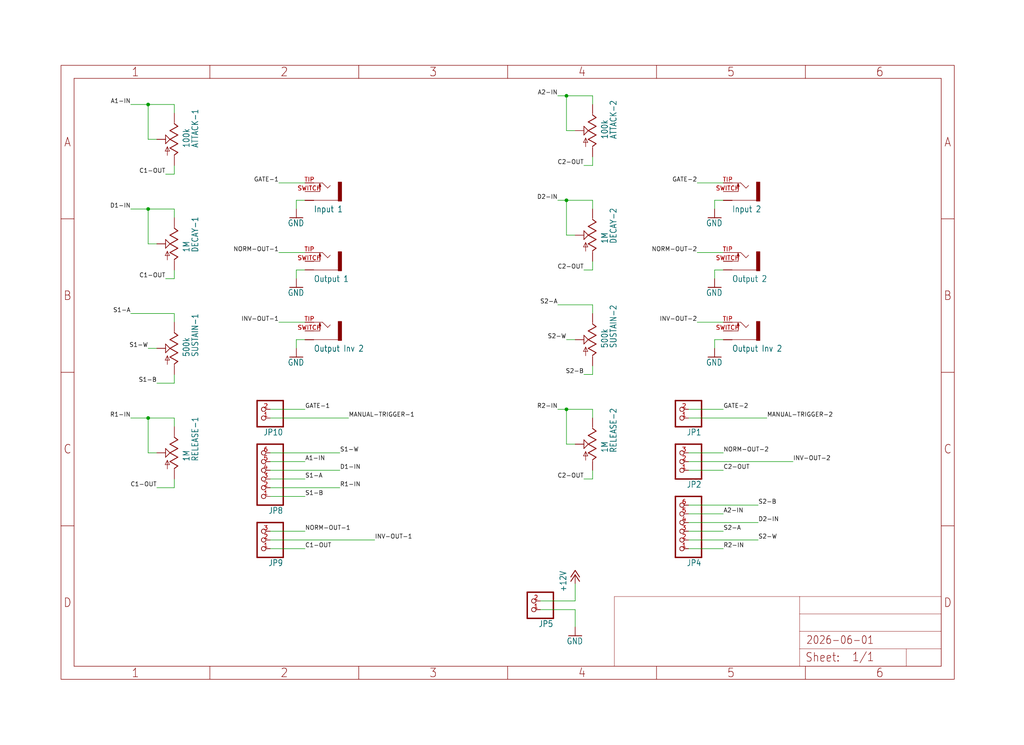
<source format=kicad_sch>
(kicad_sch (version 20231120) (generator "eeschema") (generator_version "8.0")
  (paper "User" 298.45 217.322)
  (lib_symbols
    (symbol "ioboard-eagle-import:TomW_ALPHA-9MMA"
      (property "Reference" "R" (at -5.08 -2.54 90))
      (symbol "TomW_ALPHA-9MMA_1_0"
        (polyline (pts (xy -1.016 -3.81) (xy 1.27 -2.54)) (stroke (width 0.254)))
        (polyline (pts (xy -1.016 -1.27) (xy 1.27 0)) (stroke (width 0.254)))
        (polyline (pts (xy -1.016 1.27) (xy 1.27 2.54)) (stroke (width 0.254)))
        (polyline (pts (xy -1.016 3.81) (xy 0 4.572)) (stroke (width 0.254)))
        (polyline (pts (xy 0 -5.08) (xy 0 -4.572)) (stroke (width 0.1524)))
        (polyline (pts (xy 0 -4.572) (xy -1.016 -3.81)) (stroke (width 0.254)))
        (polyline (pts (xy 0 4.572) (xy 0 5.08)) (stroke (width 0.1524)))
        (polyline (pts (xy 1.27 -2.54) (xy -1.016 -1.27)) (stroke (width 0.254)))
        (polyline (pts (xy 1.27 0) (xy -1.016 1.27)) (stroke (width 0.254)))
        (polyline (pts (xy 1.27 0) (xy 2.54 1.27)) (stroke (width 0.2032)))
        (polyline (pts (xy 1.27 2.54) (xy -1.016 3.81)) (stroke (width 0.254)))
        (polyline (pts (xy 1.397 -3.429) (xy 2.032 -2.159)) (stroke (width 0.1524)))
        (polyline (pts (xy 2.032 -4.699) (xy 2.032 -2.159)) (stroke (width 0.1524)))
        (polyline (pts (xy 2.032 -2.159) (xy 2.667 -3.429)) (stroke (width 0.1524)))
        (polyline (pts (xy 2.54 -1.27) (xy 1.27 0)) (stroke (width 0.2032)))
        (polyline (pts (xy 2.54 1.27) (xy 2.54 -1.27)) (stroke (width 0.2032)))
        (polyline (pts (xy 2.667 -3.429) (xy 1.397 -3.429)) (stroke (width 0.1524)))
        (pin passive line (at 0 -7.62 90) (length 2.54) (name "A") (number "1"))
        (pin passive line (at 5.08 0 180) (length 2.54) (name "S") (number "2"))
        (pin passive line (at 0 7.62 270) (length 2.54) (name "E") (number "3"))
      )
    )
    (symbol "ioboard-eagle-import:frames_A4L-LOC"
      (symbol "frames_A4L-LOC_1_0"
        (polyline (pts (xy 0 44.7675) (xy 3.81 44.7675)))
        (polyline (pts (xy 0 89.535) (xy 3.81 89.535)))
        (polyline (pts (xy 0 134.3025) (xy 3.81 134.3025)))
        (polyline (pts (xy 3.81 3.81) (xy 3.81 175.26)))
        (polyline (pts (xy 43.3917 0) (xy 43.3917 3.81)))
        (polyline (pts (xy 43.3917 175.26) (xy 43.3917 179.07)))
        (polyline (pts (xy 86.7833 0) (xy 86.7833 3.81)))
        (polyline (pts (xy 86.7833 175.26) (xy 86.7833 179.07)))
        (polyline (pts (xy 130.175 0) (xy 130.175 3.81)))
        (polyline (pts (xy 130.175 175.26) (xy 130.175 179.07)))
        (polyline (pts (xy 161.29 3.81) (xy 161.29 24.13)) (stroke (width 0.1016)))
        (polyline (pts (xy 161.29 24.13) (xy 215.265 24.13)) (stroke (width 0.1016)))
        (polyline (pts (xy 173.5667 0) (xy 173.5667 3.81)))
        (polyline (pts (xy 173.5667 175.26) (xy 173.5667 179.07)))
        (polyline (pts (xy 215.265 8.89) (xy 215.265 3.81)) (stroke (width 0.1016)))
        (polyline (pts (xy 215.265 8.89) (xy 215.265 13.97)) (stroke (width 0.1016)))
        (polyline (pts (xy 215.265 13.97) (xy 215.265 19.05)) (stroke (width 0.1016)))
        (polyline (pts (xy 215.265 13.97) (xy 256.54 13.97)) (stroke (width 0.1016)))
        (polyline (pts (xy 215.265 19.05) (xy 215.265 24.13)) (stroke (width 0.1016)))
        (polyline (pts (xy 215.265 19.05) (xy 256.54 19.05)) (stroke (width 0.1016)))
        (polyline (pts (xy 215.265 24.13) (xy 256.54 24.13)) (stroke (width 0.1016)))
        (polyline (pts (xy 216.9583 0) (xy 216.9583 3.81)))
        (polyline (pts (xy 216.9583 175.26) (xy 216.9583 179.07)))
        (polyline (pts (xy 246.38 3.81) (xy 246.38 8.89)) (stroke (width 0.1016)))
        (polyline (pts (xy 246.38 8.89) (xy 215.265 8.89)) (stroke (width 0.1016)))
        (polyline (pts (xy 246.38 8.89) (xy 256.54 8.89)) (stroke (width 0.1016)))
        (polyline (pts (xy 256.54 3.81) (xy 3.81 3.81)))
        (polyline (pts (xy 256.54 3.81) (xy 256.54 8.89)) (stroke (width 0.1016)))
        (polyline (pts (xy 256.54 3.81) (xy 256.54 175.26)))
        (polyline (pts (xy 256.54 8.89) (xy 256.54 13.97)) (stroke (width 0.1016)))
        (polyline (pts (xy 256.54 13.97) (xy 256.54 19.05)) (stroke (width 0.1016)))
        (polyline (pts (xy 256.54 19.05) (xy 256.54 24.13)) (stroke (width 0.1016)))
        (polyline (pts (xy 256.54 44.7675) (xy 260.35 44.7675)))
        (polyline (pts (xy 256.54 89.535) (xy 260.35 89.535)))
        (polyline (pts (xy 256.54 134.3025) (xy 260.35 134.3025)))
        (polyline (pts (xy 256.54 175.26) (xy 3.81 175.26)))
        (polyline (pts (xy 0 0) (xy 260.35 0) (xy 260.35 179.07) (xy 0 179.07) (xy 0 0)))
        (text "${#}/${##}" (at 230.505 5.08 0) (effects (font (size 2.54 2.159)) (justify left bottom)))
        (text "${CURRENT_DATE}" (at 217.17 10.16 0) (effects (font (size 2.286 1.9431)) (justify left bottom)))
        (text "${PROJECTNAME}" (at 217.17 15.24 0) (effects (font (size 2.54 2.159)) (justify left bottom)))
        (text "1" (at 21.6958 1.905 0) (effects (font (size 2.54 2.286))))
        (text "1" (at 21.6958 177.165 0) (effects (font (size 2.54 2.286))))
        (text "2" (at 65.0875 1.905 0) (effects (font (size 2.54 2.286))))
        (text "2" (at 65.0875 177.165 0) (effects (font (size 2.54 2.286))))
        (text "3" (at 108.4792 1.905 0) (effects (font (size 2.54 2.286))))
        (text "3" (at 108.4792 177.165 0) (effects (font (size 2.54 2.286))))
        (text "4" (at 151.8708 1.905 0) (effects (font (size 2.54 2.286))))
        (text "4" (at 151.8708 177.165 0) (effects (font (size 2.54 2.286))))
        (text "5" (at 195.2625 1.905 0) (effects (font (size 2.54 2.286))))
        (text "5" (at 195.2625 177.165 0) (effects (font (size 2.54 2.286))))
        (text "6" (at 238.6542 1.905 0) (effects (font (size 2.54 2.286))))
        (text "6" (at 238.6542 177.165 0) (effects (font (size 2.54 2.286))))
        (text "A" (at 1.905 156.6863 0) (effects (font (size 2.54 2.286))))
        (text "A" (at 258.445 156.6863 0) (effects (font (size 2.54 2.286))))
        (text "B" (at 1.905 111.9188 0) (effects (font (size 2.54 2.286))))
        (text "B" (at 258.445 111.9188 0) (effects (font (size 2.54 2.286))))
        (text "C" (at 1.905 67.1513 0) (effects (font (size 2.54 2.286))))
        (text "C" (at 258.445 67.1513 0) (effects (font (size 2.54 2.286))))
        (text "D" (at 1.905 22.3838 0) (effects (font (size 2.54 2.286))))
        (text "D" (at 258.445 22.3838 0) (effects (font (size 2.54 2.286))))
        (text "Sheet:" (at 216.916 4.953 0) (effects (font (size 2.54 2.159)) (justify left bottom)))
      )
    )
    (symbol "ioboard-eagle-import:gerbster_PJ301BMPJ301BM"
      (symbol "gerbster_PJ301BMPJ301BM_1_0"
        (polyline (pts (xy -2.54 -2.54) (xy 4.572 -2.54)) (stroke (width 0.1524)))
        (polyline (pts (xy -2.54 0) (xy -0.762 0)) (stroke (width 0.1524)))
        (polyline (pts (xy -2.54 2.54) (xy 0 2.54)) (stroke (width 0.1524)))
        (polyline (pts (xy -1.016 1.524) (xy -0.508 1.524)) (stroke (width 0.254)))
        (polyline (pts (xy -0.762 0) (xy -0.762 2.286)) (stroke (width 0.1524)))
        (polyline (pts (xy -0.762 2.286) (xy -1.016 1.524)) (stroke (width 0.254)))
        (polyline (pts (xy -0.508 1.524) (xy -0.762 2.286)) (stroke (width 0.254)))
        (polyline (pts (xy 0 2.54) (xy 1.524 1.016)) (stroke (width 0.1524)))
        (polyline (pts (xy 1.524 1.016) (xy 2.286 1.778)) (stroke (width 0.1524)))
        (rectangle (start 4.572 2.794) (end 5.588 -2.794) (fill (type outline)))
        (pin passive line (at -5.08 -2.54 0) (length 2.54) (name "5") (number "GND1"))
        (pin passive line (at -5.08 -2.54 0) (length 2.54) (name "5") (number "GND2"))
        (pin passive line (at -5.08 0 0) (length 2.54) (name "4") (number "SWITCH"))
        (pin passive line (at -5.08 2.54 0) (length 2.54) (name "3") (number "TIP"))
      )
    )
    (symbol "ioboard-eagle-import:pinhead_PINHD-1X2"
      (property "Reference" "JP" (at -6.35 5.715 0))
      (symbol "pinhead_PINHD-1X2_1_0"
        (polyline (pts (xy -6.35 -2.54) (xy 1.27 -2.54)) (stroke (width 0.4064)))
        (polyline (pts (xy -6.35 5.08) (xy -6.35 -2.54)) (stroke (width 0.4064)))
        (polyline (pts (xy 1.27 -2.54) (xy 1.27 5.08)) (stroke (width 0.4064)))
        (polyline (pts (xy 1.27 5.08) (xy -6.35 5.08)) (stroke (width 0.4064)))
        (pin passive inverted (at -2.54 2.54 0) (length 2.54) (name "1") (number "1"))
        (pin passive inverted (at -2.54 0 0) (length 2.54) (name "2") (number "2"))
      )
    )
    (symbol "ioboard-eagle-import:pinhead_PINHD-1X3"
      (property "Reference" "JP" (at -6.35 5.715 0))
      (symbol "pinhead_PINHD-1X3_1_0"
        (polyline (pts (xy -6.35 -5.08) (xy 1.27 -5.08)) (stroke (width 0.4064)))
        (polyline (pts (xy -6.35 5.08) (xy -6.35 -5.08)) (stroke (width 0.4064)))
        (polyline (pts (xy 1.27 -5.08) (xy 1.27 5.08)) (stroke (width 0.4064)))
        (polyline (pts (xy 1.27 5.08) (xy -6.35 5.08)) (stroke (width 0.4064)))
        (pin passive inverted (at -2.54 2.54 0) (length 2.54) (name "1") (number "1"))
        (pin passive inverted (at -2.54 0 0) (length 2.54) (name "2") (number "2"))
        (pin passive inverted (at -2.54 -2.54 0) (length 2.54) (name "3") (number "3"))
      )
    )
    (symbol "ioboard-eagle-import:pinhead_PINHD-1X6"
      (property "Reference" "JP" (at -6.35 10.795 0))
      (symbol "pinhead_PINHD-1X6_1_0"
        (polyline (pts (xy -6.35 -7.62) (xy 1.27 -7.62)) (stroke (width 0.4064)))
        (polyline (pts (xy -6.35 10.16) (xy -6.35 -7.62)) (stroke (width 0.4064)))
        (polyline (pts (xy 1.27 -7.62) (xy 1.27 10.16)) (stroke (width 0.4064)))
        (polyline (pts (xy 1.27 10.16) (xy -6.35 10.16)) (stroke (width 0.4064)))
        (pin passive inverted (at -2.54 7.62 0) (length 2.54) (name "1") (number "1"))
        (pin passive inverted (at -2.54 5.08 0) (length 2.54) (name "2") (number "2"))
        (pin passive inverted (at -2.54 2.54 0) (length 2.54) (name "3") (number "3"))
        (pin passive inverted (at -2.54 0 0) (length 2.54) (name "4") (number "4"))
        (pin passive inverted (at -2.54 -2.54 0) (length 2.54) (name "5") (number "5"))
        (pin passive inverted (at -2.54 -5.08 0) (length 2.54) (name "6") (number "6"))
      )
    )
    (symbol "ioboard-eagle-import:supply1_+12V" (power)
      (symbol "supply1_+12V_1_0"
        (polyline (pts (xy 0 0) (xy -1.27 -1.905)) (stroke (width 0.254)))
        (polyline (pts (xy 0 1.27) (xy -1.27 -0.635)) (stroke (width 0.254)))
        (polyline (pts (xy 1.27 -1.905) (xy 0 0)) (stroke (width 0.254)))
        (polyline (pts (xy 1.27 -0.635) (xy 0 1.27)) (stroke (width 0.254)))
        (pin power_in line (at 0 -2.54 90) (length 2.54) (name "+12V") (number "1"))
      )
    )
    (symbol "ioboard-eagle-import:supply1_GND" (power)
      (symbol "supply1_GND_1_0"
        (polyline (pts (xy -1.905 0) (xy 1.905 0)) (stroke (width 0.254)))
        (pin power_in line (at 0 2.54 270) (length 2.54) (name "GND") (number "1"))
      )
    )
  )
  (junction (at 165.1 58.42))
  (junction (at 43.18 30.48))
  (junction (at 165.1 119.38))
  (junction (at 165.1 27.94))
  (junction (at 43.18 60.96))
  (junction (at 43.18 121.92))
  (wire (pts (xy 50.8 30.48) (xy 43.18 30.48)) (stroke (width 0.1524)))
  (wire (pts (xy 43.18 40.64) (xy 43.18 30.48)) (stroke (width 0.1524)))
  (wire (pts (xy 172.72 139.7) (xy 170.18 139.7)) (stroke (width 0.1524)))
  (wire (pts (xy 45.72 101.6) (xy 43.18 101.6)) (stroke (width 0.1524)))
  (wire (pts (xy 172.72 137.16) (xy 172.72 139.7)) (stroke (width 0.1524)))
  (wire (pts (xy 78.74 139.7) (xy 88.9 139.7)) (stroke (width 0.1524)))
  (wire (pts (xy 200.66 152.4) (xy 220.98 152.4)) (stroke (width 0.1524)))
  (wire (pts (xy 165.1 68.58) (xy 165.1 58.42)) (stroke (width 0.1524)))
  (wire (pts (xy 172.72 109.22) (xy 170.18 109.22)) (stroke (width 0.1524)))
  (wire (pts (xy 50.8 142.24) (xy 45.72 142.24)) (stroke (width 0.1524)))
  (wire (pts (xy 208.28 60.96) (xy 208.28 58.42)) (stroke (width 0.1524)))
  (wire (pts (xy 208.28 101.6) (xy 208.28 99.06)) (stroke (width 0.1524)))
  (wire (pts (xy 172.72 78.74) (xy 170.18 78.74)) (stroke (width 0.1524)))
  (wire (pts (xy 200.66 134.62) (xy 231.14 134.62)) (stroke (width 0.1524)))
  (wire (pts (xy 200.66 121.92) (xy 223.52 121.92)) (stroke (width 0.1524)))
  (wire (pts (xy 86.36 101.6) (xy 86.36 99.06)) (stroke (width 0.1524)))
  (wire (pts (xy 50.8 91.44) (xy 38.1 91.44)) (stroke (width 0.1524)))
  (wire (pts (xy 78.74 142.24) (xy 99.06 142.24)) (stroke (width 0.1524)))
  (wire (pts (xy 50.8 121.92) (xy 50.8 124.46)) (stroke (width 0.1524)))
  (wire (pts (xy 167.64 175.26) (xy 167.64 170.18)) (stroke (width 0.1524)))
  (wire (pts (xy 210.82 53.34) (xy 203.2 53.34)) (stroke (width 0.1524)))
  (wire (pts (xy 208.28 58.42) (xy 210.82 58.42)) (stroke (width 0.1524)))
  (wire (pts (xy 167.64 99.06) (xy 165.1 99.06)) (stroke (width 0.1524)))
  (wire (pts (xy 50.8 60.96) (xy 43.18 60.96)) (stroke (width 0.1524)))
  (wire (pts (xy 200.66 154.94) (xy 210.82 154.94)) (stroke (width 0.1524)))
  (wire (pts (xy 210.82 73.66) (xy 203.2 73.66)) (stroke (width 0.1524)))
  (wire (pts (xy 167.64 68.58) (xy 165.1 68.58)) (stroke (width 0.1524)))
  (wire (pts (xy 208.28 78.74) (xy 210.82 78.74)) (stroke (width 0.1524)))
  (wire (pts (xy 200.66 119.38) (xy 210.82 119.38)) (stroke (width 0.1524)))
  (wire (pts (xy 50.8 93.98) (xy 50.8 91.44)) (stroke (width 0.1524)))
  (wire (pts (xy 208.28 99.06) (xy 210.82 99.06)) (stroke (width 0.1524)))
  (wire (pts (xy 50.8 81.28) (xy 48.26 81.28)) (stroke (width 0.1524)))
  (wire (pts (xy 86.36 58.42) (xy 88.9 58.42)) (stroke (width 0.1524)))
  (wire (pts (xy 165.1 58.42) (xy 162.56 58.42)) (stroke (width 0.1524)))
  (wire (pts (xy 172.72 27.94) (xy 165.1 27.94)) (stroke (width 0.1524)))
  (wire (pts (xy 172.72 91.44) (xy 172.72 88.9)) (stroke (width 0.1524)))
  (wire (pts (xy 165.1 38.1) (xy 165.1 27.94)) (stroke (width 0.1524)))
  (wire (pts (xy 172.72 45.72) (xy 172.72 48.26)) (stroke (width 0.1524)))
  (wire (pts (xy 43.18 121.92) (xy 50.8 121.92)) (stroke (width 0.1524)))
  (wire (pts (xy 165.1 119.38) (xy 162.56 119.38)) (stroke (width 0.1524)))
  (wire (pts (xy 157.48 177.8) (xy 167.64 177.8)) (stroke (width 0.1524)))
  (wire (pts (xy 78.74 154.94) (xy 88.9 154.94)) (stroke (width 0.1524)))
  (wire (pts (xy 172.72 88.9) (xy 162.56 88.9)) (stroke (width 0.1524)))
  (wire (pts (xy 86.36 60.96) (xy 86.36 58.42)) (stroke (width 0.1524)))
  (wire (pts (xy 78.74 157.48) (xy 109.22 157.48)) (stroke (width 0.1524)))
  (wire (pts (xy 157.48 175.26) (xy 167.64 175.26)) (stroke (width 0.1524)))
  (wire (pts (xy 86.36 99.06) (xy 88.9 99.06)) (stroke (width 0.1524)))
  (wire (pts (xy 43.18 60.96) (xy 38.1 60.96)) (stroke (width 0.1524)))
  (wire (pts (xy 172.72 121.92) (xy 172.72 119.38)) (stroke (width 0.1524)))
  (wire (pts (xy 45.72 71.12) (xy 43.18 71.12)) (stroke (width 0.1524)))
  (wire (pts (xy 200.66 147.32) (xy 220.98 147.32)) (stroke (width 0.1524)))
  (wire (pts (xy 86.36 81.28) (xy 86.36 78.74)) (stroke (width 0.1524)))
  (wire (pts (xy 78.74 144.78) (xy 88.9 144.78)) (stroke (width 0.1524)))
  (wire (pts (xy 172.72 30.48) (xy 172.72 27.94)) (stroke (width 0.1524)))
  (wire (pts (xy 50.8 33.02) (xy 50.8 30.48)) (stroke (width 0.1524)))
  (wire (pts (xy 78.74 121.92) (xy 101.6 121.92)) (stroke (width 0.1524)))
  (wire (pts (xy 43.18 132.08) (xy 43.18 121.92)) (stroke (width 0.1524)))
  (wire (pts (xy 200.66 149.86) (xy 210.82 149.86)) (stroke (width 0.1524)))
  (wire (pts (xy 50.8 50.8) (xy 48.26 50.8)) (stroke (width 0.1524)))
  (wire (pts (xy 167.64 129.54) (xy 165.1 129.54)) (stroke (width 0.1524)))
  (wire (pts (xy 167.64 177.8) (xy 167.64 182.88)) (stroke (width 0.1524)))
  (wire (pts (xy 43.18 30.48) (xy 38.1 30.48)) (stroke (width 0.1524)))
  (wire (pts (xy 167.64 38.1) (xy 165.1 38.1)) (stroke (width 0.1524)))
  (wire (pts (xy 165.1 27.94) (xy 162.56 27.94)) (stroke (width 0.1524)))
  (wire (pts (xy 78.74 137.16) (xy 99.06 137.16)) (stroke (width 0.1524)))
  (wire (pts (xy 88.9 53.34) (xy 81.28 53.34)) (stroke (width 0.1524)))
  (wire (pts (xy 78.74 119.38) (xy 88.9 119.38)) (stroke (width 0.1524)))
  (wire (pts (xy 78.74 160.02) (xy 88.9 160.02)) (stroke (width 0.1524)))
  (wire (pts (xy 86.36 78.74) (xy 88.9 78.74)) (stroke (width 0.1524)))
  (wire (pts (xy 50.8 111.76) (xy 45.72 111.76)) (stroke (width 0.1524)))
  (wire (pts (xy 172.72 106.68) (xy 172.72 109.22)) (stroke (width 0.1524)))
  (wire (pts (xy 200.66 132.08) (xy 210.82 132.08)) (stroke (width 0.1524)))
  (wire (pts (xy 45.72 40.64) (xy 43.18 40.64)) (stroke (width 0.1524)))
  (wire (pts (xy 208.28 81.28) (xy 208.28 78.74)) (stroke (width 0.1524)))
  (wire (pts (xy 45.72 132.08) (xy 43.18 132.08)) (stroke (width 0.1524)))
  (wire (pts (xy 210.82 93.98) (xy 203.2 93.98)) (stroke (width 0.1524)))
  (wire (pts (xy 78.74 132.08) (xy 99.06 132.08)) (stroke (width 0.1524)))
  (wire (pts (xy 172.72 48.26) (xy 170.18 48.26)) (stroke (width 0.1524)))
  (wire (pts (xy 172.72 58.42) (xy 165.1 58.42)) (stroke (width 0.1524)))
  (wire (pts (xy 200.66 157.48) (xy 220.98 157.48)) (stroke (width 0.1524)))
  (wire (pts (xy 165.1 129.54) (xy 165.1 119.38)) (stroke (width 0.1524)))
  (wire (pts (xy 88.9 93.98) (xy 81.28 93.98)) (stroke (width 0.1524)))
  (wire (pts (xy 78.74 134.62) (xy 88.9 134.62)) (stroke (width 0.1524)))
  (wire (pts (xy 200.66 137.16) (xy 210.82 137.16)) (stroke (width 0.1524)))
  (wire (pts (xy 172.72 60.96) (xy 172.72 58.42)) (stroke (width 0.1524)))
  (wire (pts (xy 172.72 119.38) (xy 165.1 119.38)) (stroke (width 0.1524)))
  (wire (pts (xy 172.72 76.2) (xy 172.72 78.74)) (stroke (width 0.1524)))
  (wire (pts (xy 88.9 73.66) (xy 81.28 73.66)) (stroke (width 0.1524)))
  (wire (pts (xy 50.8 109.22) (xy 50.8 111.76)) (stroke (width 0.1524)))
  (wire (pts (xy 50.8 48.26) (xy 50.8 50.8)) (stroke (width 0.1524)))
  (wire (pts (xy 43.18 121.92) (xy 38.1 121.92)) (stroke (width 0.1524)))
  (wire (pts (xy 200.66 160.02) (xy 210.82 160.02)) (stroke (width 0.1524)))
  (wire (pts (xy 50.8 78.74) (xy 50.8 81.28)) (stroke (width 0.1524)))
  (wire (pts (xy 43.18 71.12) (xy 43.18 60.96)) (stroke (width 0.1524)))
  (wire (pts (xy 50.8 139.7) (xy 50.8 142.24)) (stroke (width 0.1524)))
  (wire (pts (xy 50.8 63.5) (xy 50.8 60.96)) (stroke (width 0.1524)))
  (label "S2-B" (at 170.18 109.22 180) (effects (font (size 1.2446 1.2446))))
  (label "INV-OUT-1" (at 81.28 93.98 180) (effects (font (size 1.2446 1.2446))))
  (label "C1-OUT" (at 48.26 81.28 180) (effects (font (size 1.2446 1.2446))))
  (label "MANUAL-TRIGGER-1" (at 101.6 121.92 0) (effects (font (size 1.2446 1.2446))))
  (label "GATE-2" (at 210.82 119.38 0) (effects (font (size 1.2446 1.2446))))
  (label "A1-IN" (at 38.1 30.48 180) (effects (font (size 1.2446 1.2446))))
  (label "R1-IN" (at 99.06 142.24 0) (effects (font (size 1.2446 1.2446))))
  (label "D1-IN" (at 38.1 60.96 180) (effects (font (size 1.2446 1.2446))))
  (label "R2-IN" (at 210.82 160.02 0) (effects (font (size 1.2446 1.2446))))
  (label "A2-IN" (at 162.56 27.94 180) (effects (font (size 1.2446 1.2446))))
  (label "D2-IN" (at 162.56 58.42 180) (effects (font (size 1.2446 1.2446))))
  (label "R1-IN" (at 38.1 121.92 180) (effects (font (size 1.2446 1.2446))))
  (label "S1-B" (at 45.72 111.76 180) (effects (font (size 1.2446 1.2446))))
  (label "INV-OUT-1" (at 109.22 157.48 0) (effects (font (size 1.2446 1.2446))))
  (label "INV-OUT-2" (at 231.14 134.62 0) (effects (font (size 1.2446 1.2446))))
  (label "NORM-OUT-1" (at 81.28 73.66 180) (effects (font (size 1.2446 1.2446))))
  (label "R2-IN" (at 162.56 119.38 180) (effects (font (size 1.2446 1.2446))))
  (label "S2-W" (at 220.98 157.48 0) (effects (font (size 1.2446 1.2446))))
  (label "S1-W" (at 99.06 132.08 0) (effects (font (size 1.2446 1.2446))))
  (label "C2-OUT" (at 170.18 48.26 180) (effects (font (size 1.2446 1.2446))))
  (label "GATE-2" (at 203.2 53.34 180) (effects (font (size 1.2446 1.2446))))
  (label "C1-OUT" (at 88.9 160.02 0) (effects (font (size 1.2446 1.2446))))
  (label "A1-IN" (at 88.9 134.62 0) (effects (font (size 1.2446 1.2446))))
  (label "S1-A" (at 38.1 91.44 180) (effects (font (size 1.2446 1.2446))))
  (label "INV-OUT-2" (at 203.2 93.98 180) (effects (font (size 1.2446 1.2446))))
  (label "S1-B" (at 88.9 144.78 0) (effects (font (size 1.2446 1.2446))))
  (label "C2-OUT" (at 210.82 137.16 0) (effects (font (size 1.2446 1.2446))))
  (label "C1-OUT" (at 48.26 50.8 180) (effects (font (size 1.2446 1.2446))))
  (label "S2-A" (at 162.56 88.9 180) (effects (font (size 1.2446 1.2446))))
  (label "MANUAL-TRIGGER-2" (at 223.52 121.92 0) (effects (font (size 1.2446 1.2446))))
  (label "NORM-OUT-1" (at 88.9 154.94 0) (effects (font (size 1.2446 1.2446))))
  (label "NORM-OUT-2" (at 203.2 73.66 180) (effects (font (size 1.2446 1.2446))))
  (label "D2-IN" (at 220.98 152.4 0) (effects (font (size 1.2446 1.2446))))
  (label "C2-OUT" (at 170.18 78.74 180) (effects (font (size 1.2446 1.2446))))
  (label "S2-B" (at 220.98 147.32 0) (effects (font (size 1.2446 1.2446))))
  (label "NORM-OUT-2" (at 210.82 132.08 0) (effects (font (size 1.2446 1.2446))))
  (label "D1-IN" (at 99.06 137.16 0) (effects (font (size 1.2446 1.2446))))
  (label "S2-A" (at 210.82 154.94 0) (effects (font (size 1.2446 1.2446))))
  (label "C1-OUT" (at 45.72 142.24 180) (effects (font (size 1.2446 1.2446))))
  (label "A2-IN" (at 210.82 149.86 0) (effects (font (size 1.2446 1.2446))))
  (label "S1-W" (at 43.18 101.6 180) (effects (font (size 1.2446 1.2446))))
  (label "GATE-1" (at 81.28 53.34 180) (effects (font (size 1.2446 1.2446))))
  (label "S2-W" (at 165.1 99.06 180) (effects (font (size 1.2446 1.2446))))
  (label "GATE-1" (at 88.9 119.38 0) (effects (font (size 1.2446 1.2446))))
  (label "S1-A" (at 88.9 139.7 0) (effects (font (size 1.2446 1.2446))))
  (label "C2-OUT" (at 170.18 139.7 180) (effects (font (size 1.2446 1.2446))))
  (symbol (lib_id "ioboard-eagle-import:TomW_ALPHA-9MMA") (at 50.8 101.6 0) (mirror y) (unit 1)
    (property "Reference" "SUSTAIN-1" (at 55.88 104.14 90) (effects (font (size 1.778 1.5113)) (justify left bottom)))
    (property "Value" "500k" (at 53.34 104.14 90) (effects (font (size 1.778 1.5113)) (justify left bottom)))
    (property "Footprint" "ioboard:EVUF" (effects (hide yes)))
  )
  (symbol (lib_id "ioboard-eagle-import:TomW_ALPHA-9MMA") (at 172.72 38.1 0) (mirror y) (unit 1)
    (property "Reference" "ATTACK-2" (at 177.8 40.64 90) (effects (font (size 1.778 1.5113)) (justify left bottom)))
    (property "Value" "100k" (at 175.26 40.64 90) (effects (font (size 1.778 1.5113)) (justify left bottom)))
    (property "Footprint" "ioboard:EVUF" (effects (hide yes)))
  )
  (symbol (lib_id "ioboard-eagle-import:gerbster_PJ301BMPJ301BM") (at 93.98 96.52 0) (unit 1)
    (property "Reference" "INV-OUT1" (effects (hide yes)))
    (property "Value" "Output Inv 2" (at 91.44 102.616 0) (effects (font (size 1.778 1.5113)) (justify left bottom)))
    (property "Footprint" "ioboard:PJ301BM" (effects (hide yes)))
  )
  (symbol (lib_id "ioboard-eagle-import:pinhead_PINHD-1X6") (at 198.12 152.4 180) (unit 1)
    (property "Reference" "JP4" (at 204.47 163.195 0) (effects (font (size 1.778 1.5113)) (justify left bottom)))
    (property "Value" "PINHD-1X6" (effects (hide yes)))
    (property "Footprint" "ioboard:1X06" (effects (hide yes)))
  )
  (symbol (lib_id "ioboard-eagle-import:supply1_GND") (at 86.36 63.5 0) (unit 1)
    (property "Reference" "#GND3" (effects (hide yes)))
    (property "Value" "GND" (at 83.82 66.04 0) (effects (font (size 1.778 1.5113)) (justify left bottom)))
  )
  (symbol (lib_id "ioboard-eagle-import:TomW_ALPHA-9MMA") (at 50.8 71.12 0) (mirror y) (unit 1)
    (property "Reference" "DECAY-1" (at 55.88 73.66 90) (effects (font (size 1.778 1.5113)) (justify left bottom)))
    (property "Value" "1M" (at 53.34 73.66 90) (effects (font (size 1.778 1.5113)) (justify left bottom)))
    (property "Footprint" "ioboard:EVUF" (effects (hide yes)))
  )
  (symbol (lib_id "ioboard-eagle-import:supply1_GND") (at 208.28 104.14 0) (unit 1)
    (property "Reference" "#GND6" (effects (hide yes)))
    (property "Value" "GND" (at 205.74 106.68 0) (effects (font (size 1.778 1.5113)) (justify left bottom)))
  )
  (symbol (lib_id "ioboard-eagle-import:pinhead_PINHD-1X2") (at 154.94 175.26 180) (unit 1)
    (property "Reference" "JP5" (at 161.29 180.975 0) (effects (font (size 1.778 1.5113)) (justify left bottom)))
    (property "Value" "PINHD-1X2" (effects (hide yes)))
    (property "Footprint" "ioboard:1X02" (effects (hide yes)))
  )
  (symbol (lib_id "ioboard-eagle-import:TomW_ALPHA-9MMA") (at 172.72 68.58 0) (mirror y) (unit 1)
    (property "Reference" "DECAY-2" (at 177.8 71.12 90) (effects (font (size 1.778 1.5113)) (justify left bottom)))
    (property "Value" "1M" (at 175.26 71.12 90) (effects (font (size 1.778 1.5113)) (justify left bottom)))
    (property "Footprint" "ioboard:EVUF" (effects (hide yes)))
  )
  (symbol (lib_id "ioboard-eagle-import:pinhead_PINHD-1X3") (at 198.12 134.62 180) (unit 1)
    (property "Reference" "JP2" (at 204.47 140.335 0) (effects (font (size 1.778 1.5113)) (justify left bottom)))
    (property "Value" "PINHD-1X3" (effects (hide yes)))
    (property "Footprint" "ioboard:1X03" (effects (hide yes)))
  )
  (symbol (lib_id "ioboard-eagle-import:supply1_GND") (at 86.36 83.82 0) (unit 1)
    (property "Reference" "#GND2" (effects (hide yes)))
    (property "Value" "GND" (at 83.82 86.36 0) (effects (font (size 1.778 1.5113)) (justify left bottom)))
  )
  (symbol (lib_id "ioboard-eagle-import:supply1_GND") (at 167.64 185.42 0) (unit 1)
    (property "Reference" "#GND19" (effects (hide yes)))
    (property "Value" "GND" (at 165.1 187.96 0) (effects (font (size 1.778 1.5113)) (justify left bottom)))
  )
  (symbol (lib_id "ioboard-eagle-import:pinhead_PINHD-1X2") (at 198.12 119.38 180) (unit 1)
    (property "Reference" "JP1" (at 204.47 125.095 0) (effects (font (size 1.778 1.5113)) (justify left bottom)))
    (property "Value" "PINHD-1X2" (effects (hide yes)))
    (property "Footprint" "ioboard:1X02" (effects (hide yes)))
  )
  (symbol (lib_id "ioboard-eagle-import:gerbster_PJ301BMPJ301BM") (at 215.9 76.2 0) (unit 1)
    (property "Reference" "NORM-OUT2" (effects (hide yes)))
    (property "Value" "Output 2" (at 213.36 82.296 0) (effects (font (size 1.778 1.5113)) (justify left bottom)))
    (property "Footprint" "ioboard:PJ301BM" (effects (hide yes)))
  )
  (symbol (lib_id "ioboard-eagle-import:gerbster_PJ301BMPJ301BM") (at 215.9 55.88 0) (unit 1)
    (property "Reference" "GATE2" (effects (hide yes)))
    (property "Value" "Input 2" (at 213.36 61.976 0) (effects (font (size 1.778 1.5113)) (justify left bottom)))
    (property "Footprint" "ioboard:PJ301BM" (effects (hide yes)))
  )
  (symbol (lib_id "ioboard-eagle-import:pinhead_PINHD-1X2") (at 76.2 119.38 180) (unit 1)
    (property "Reference" "JP10" (at 82.55 125.095 0) (effects (font (size 1.778 1.5113)) (justify left bottom)))
    (property "Value" "PINHD-1X2" (effects (hide yes)))
    (property "Footprint" "ioboard:1X02" (effects (hide yes)))
  )
  (symbol (lib_id "ioboard-eagle-import:gerbster_PJ301BMPJ301BM") (at 93.98 55.88 0) (unit 1)
    (property "Reference" "GATE1" (effects (hide yes)))
    (property "Value" "Input 1" (at 91.44 61.976 0) (effects (font (size 1.778 1.5113)) (justify left bottom)))
    (property "Footprint" "ioboard:PJ301BM" (effects (hide yes)))
  )
  (symbol (lib_id "ioboard-eagle-import:frames_A4L-LOC") (at 17.78 198.12 0) (unit 1)
    (property "Reference" "#FRAME1" (effects (hide yes)))
    (property "Value" "A4L-LOC" (effects (hide yes)))
  )
  (symbol (lib_id "ioboard-eagle-import:supply1_GND") (at 208.28 63.5 0) (unit 1)
    (property "Reference" "#GND4" (effects (hide yes)))
    (property "Value" "GND" (at 205.74 66.04 0) (effects (font (size 1.778 1.5113)) (justify left bottom)))
  )
  (symbol (lib_id "ioboard-eagle-import:gerbster_PJ301BMPJ301BM") (at 93.98 76.2 0) (unit 1)
    (property "Reference" "NORM-OUT1" (effects (hide yes)))
    (property "Value" "Output 1" (at 91.44 82.296 0) (effects (font (size 1.778 1.5113)) (justify left bottom)))
    (property "Footprint" "ioboard:PJ301BM" (effects (hide yes)))
  )
  (symbol (lib_id "ioboard-eagle-import:supply1_+12V") (at 167.64 167.64 0) (unit 1)
    (property "Reference" "#P+11" (effects (hide yes)))
    (property "Value" "+12V" (at 165.1 172.72 90) (effects (font (size 1.778 1.5113)) (justify left bottom)))
  )
  (symbol (lib_id "ioboard-eagle-import:TomW_ALPHA-9MMA") (at 50.8 132.08 0) (mirror y) (unit 1)
    (property "Reference" "RELEASE-1" (at 55.88 134.62 90) (effects (font (size 1.778 1.5113)) (justify left bottom)))
    (property "Value" "1M" (at 53.34 134.62 90) (effects (font (size 1.778 1.5113)) (justify left bottom)))
    (property "Footprint" "ioboard:EVUF" (effects (hide yes)))
  )
  (symbol (lib_id "ioboard-eagle-import:gerbster_PJ301BMPJ301BM") (at 215.9 96.52 0) (unit 1)
    (property "Reference" "INV-OUT2" (effects (hide yes)))
    (property "Value" "Output Inv 2" (at 213.36 102.616 0) (effects (font (size 1.778 1.5113)) (justify left bottom)))
    (property "Footprint" "ioboard:PJ301BM" (effects (hide yes)))
  )
  (symbol (lib_id "ioboard-eagle-import:TomW_ALPHA-9MMA") (at 172.72 129.54 0) (mirror y) (unit 1)
    (property "Reference" "RELEASE-2" (at 177.8 132.08 90) (effects (font (size 1.778 1.5113)) (justify left bottom)))
    (property "Value" "1M" (at 175.26 132.08 90) (effects (font (size 1.778 1.5113)) (justify left bottom)))
    (property "Footprint" "ioboard:EVUF" (effects (hide yes)))
  )
  (symbol (lib_id "ioboard-eagle-import:TomW_ALPHA-9MMA") (at 50.8 40.64 0) (mirror y) (unit 1)
    (property "Reference" "ATTACK-1" (at 55.88 43.18 90) (effects (font (size 1.778 1.5113)) (justify left bottom)))
    (property "Value" "100k" (at 53.34 43.18 90) (effects (font (size 1.778 1.5113)) (justify left bottom)))
    (property "Footprint" "ioboard:EVUF" (effects (hide yes)))
  )
  (symbol (lib_id "ioboard-eagle-import:supply1_GND") (at 208.28 83.82 0) (unit 1)
    (property "Reference" "#GND5" (effects (hide yes)))
    (property "Value" "GND" (at 205.74 86.36 0) (effects (font (size 1.778 1.5113)) (justify left bottom)))
  )
  (symbol (lib_id "ioboard-eagle-import:supply1_GND") (at 86.36 104.14 0) (unit 1)
    (property "Reference" "#GND1" (effects (hide yes)))
    (property "Value" "GND" (at 83.82 106.68 0) (effects (font (size 1.778 1.5113)) (justify left bottom)))
  )
  (symbol (lib_id "ioboard-eagle-import:TomW_ALPHA-9MMA") (at 172.72 99.06 0) (mirror y) (unit 1)
    (property "Reference" "SUSTAIN-2" (at 177.8 101.6 90) (effects (font (size 1.778 1.5113)) (justify left bottom)))
    (property "Value" "500k" (at 175.26 101.6 90) (effects (font (size 1.778 1.5113)) (justify left bottom)))
    (property "Footprint" "ioboard:EVUF" (effects (hide yes)))
  )
  (symbol (lib_id "ioboard-eagle-import:pinhead_PINHD-1X6") (at 76.2 137.16 180) (unit 1)
    (property "Reference" "JP8" (at 82.55 147.955 0) (effects (font (size 1.778 1.5113)) (justify left bottom)))
    (property "Value" "PINHD-1X6" (effects (hide yes)))
    (property "Footprint" "ioboard:1X06" (effects (hide yes)))
  )
  (symbol (lib_id "ioboard-eagle-import:pinhead_PINHD-1X3") (at 76.2 157.48 180) (unit 1)
    (property "Reference" "JP9" (at 82.55 163.195 0) (effects (font (size 1.778 1.5113)) (justify left bottom)))
    (property "Value" "PINHD-1X3" (effects (hide yes)))
    (property "Footprint" "ioboard:1X03" (effects (hide yes)))
  )
)
</source>
